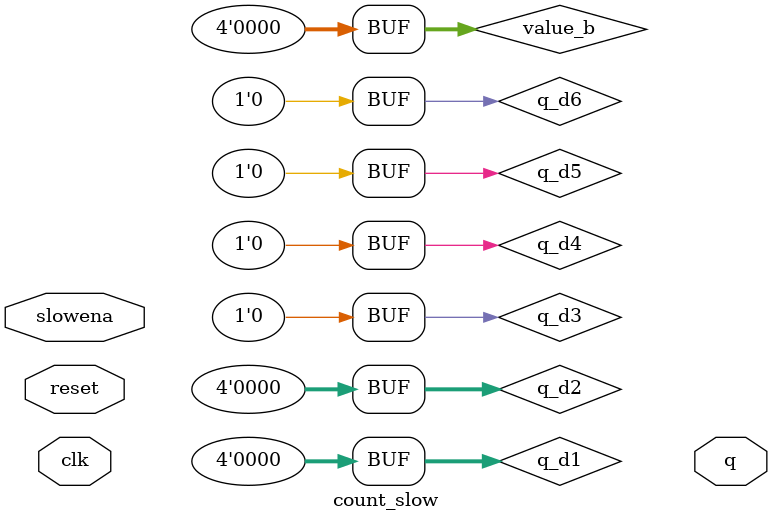
<source format=v>

module count_slow(
    input clk,
    input slowena,
    input reset,
    output reg [3:0] q);

// On the positive edge of the clock:
// if reset is high, reset the output q to 0. 
// Otherwise, only increment the output q if the ena input is high and q is not 9.
// This implementation
parameter S0=0;
parameter S1=1;

// The number of bits in the input signal. 
// The LSB of the input is clock, input MSB=1 and the LSB=0.
reg [3:0] q_d1 = 0;
reg [3:0] q_d2 = 0;
reg q_d3 = 0;
reg q_d4 = 0;
reg q_d5 = 0;
reg q_d6 = 0;

reg [3:0] value_a = 0;
reg [3:0] value_b = 0;

// For a clock pulse, the output above lets the output
// following the q's clock:
always@(posedge clk)
    begin
        value_a <= value_a + 1;end
endmodule

</source>
